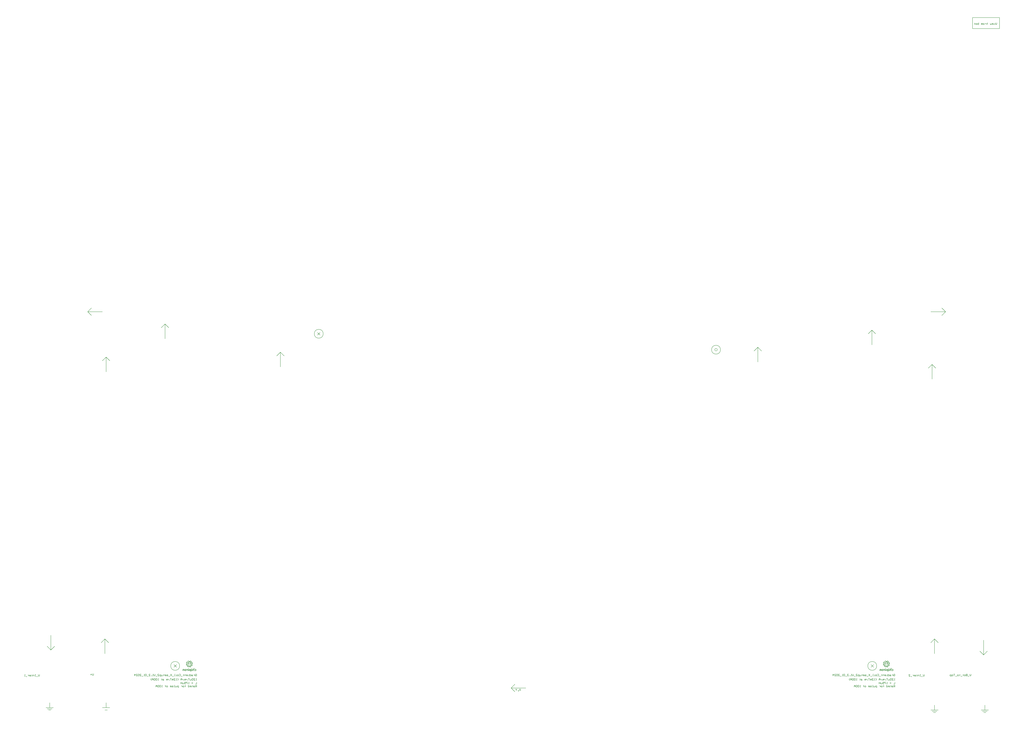
<source format=gbr>
%TF.GenerationSoftware,Altium Limited,Altium Designer,23.9.2 (47)*%
G04 Layer_Color=32896*
%FSLAX45Y45*%
%MOMM*%
%TF.SameCoordinates,45DC480F-FB56-4E7A-9A2C-25C5303F6BDF*%
%TF.FilePolarity,Positive*%
%TF.FileFunction,Legend,Bot*%
%TF.Part,Single*%
G01*
G75*
%TA.AperFunction,NonConductor*%
%ADD15C,0.25400*%
G36*
X15434419Y4410197D02*
X15428499D01*
Y4404276D01*
X15422578D01*
Y4398355D01*
X15416656D01*
Y4392434D01*
X15410736D01*
Y4386513D01*
X15404816D01*
Y4380592D01*
X15345605D01*
Y4392434D01*
X15351526D01*
Y4404276D01*
X15357446D01*
Y4410197D01*
X15363368D01*
Y4416118D01*
X15375211D01*
Y4422040D01*
X15381131D01*
Y4427961D01*
X15434419D01*
Y4410197D01*
D02*
G37*
G36*
X15357446Y4297698D02*
X15345605D01*
Y4291776D01*
X15304156D01*
Y4285855D01*
X15298236D01*
Y4279934D01*
X15292316D01*
Y4274013D01*
X15286394D01*
Y4268092D01*
X15280473D01*
Y4262171D01*
X15274551D01*
Y4256250D01*
X15268631D01*
Y4250329D01*
X15262711D01*
Y4244408D01*
X15256789D01*
Y4238487D01*
X15250868D01*
Y4232566D01*
X15244946D01*
Y4226645D01*
X15239026D01*
Y4220724D01*
X15227184D01*
Y4274013D01*
X15233105D01*
Y4285855D01*
X15239026D01*
Y4291776D01*
X15244946D01*
Y4297698D01*
X15250868D01*
Y4303619D01*
X15262711D01*
Y4309540D01*
X15268631D01*
Y4321382D01*
X15280473D01*
Y4327303D01*
X15286394D01*
Y4333224D01*
X15292316D01*
Y4339145D01*
X15357446D01*
Y4297698D01*
D02*
G37*
G36*
X15594289Y4422040D02*
X15600211D01*
Y4416118D01*
X15606131D01*
Y4410197D01*
X15617973D01*
Y4398355D01*
X15623894D01*
Y4392434D01*
X15629816D01*
Y4386513D01*
X15635736D01*
Y4380592D01*
X15641656D01*
Y4374671D01*
X15647578D01*
Y4368750D01*
X15653500D01*
Y4362829D01*
X15659421D01*
Y4208882D01*
X15653500D01*
Y4202961D01*
X15647578D01*
Y4197040D01*
X15641656D01*
Y4191118D01*
X15635736D01*
Y4185197D01*
X15629816D01*
Y4179276D01*
X15617973D01*
Y4297698D01*
Y4303619D01*
Y4345066D01*
X15612051D01*
Y4350987D01*
X15606131D01*
Y4356908D01*
X15600211D01*
Y4362829D01*
X15594289D01*
Y4368750D01*
X15588368D01*
Y4374671D01*
X15582446D01*
Y4380592D01*
X15576526D01*
Y4386513D01*
X15570605D01*
Y4392434D01*
X15564684D01*
Y4398355D01*
X15558763D01*
Y4404276D01*
X15552843D01*
Y4410197D01*
X15546919D01*
Y4416118D01*
X15540999D01*
Y4422040D01*
X15546919D01*
Y4427961D01*
X15594289D01*
Y4422040D01*
D02*
G37*
G36*
X15499551Y4398355D02*
X15505473D01*
Y4392434D01*
X15511394D01*
Y4380592D01*
X15517316D01*
Y4374671D01*
X15529156D01*
Y4368750D01*
X15535078D01*
Y4356908D01*
X15546919D01*
Y4350987D01*
X15552843D01*
Y4345066D01*
X15558763D01*
Y4339145D01*
X15564684D01*
Y4333224D01*
X15570605D01*
Y4321382D01*
X15576526D01*
Y4125987D01*
X15570605D01*
Y4120066D01*
X15564684D01*
Y4114145D01*
X15558763D01*
Y4108224D01*
X15552843D01*
Y4102303D01*
X15546919D01*
Y4096382D01*
X15540999D01*
Y4090460D01*
X15529156D01*
Y4309540D01*
X15523236D01*
Y4315461D01*
X15517316D01*
Y4321382D01*
X15511394D01*
Y4327303D01*
X15505473D01*
Y4333224D01*
X15499551D01*
Y4339145D01*
X15481789D01*
Y4333224D01*
X15475868D01*
Y4327303D01*
X15469946D01*
Y4321382D01*
X15464026D01*
Y4315461D01*
X15458105D01*
Y4309540D01*
X15452184D01*
Y4303619D01*
X15446262D01*
Y4102303D01*
X15440341D01*
Y4096382D01*
X15428499D01*
Y4102303D01*
X15422578D01*
Y4108224D01*
X15416656D01*
Y4114145D01*
X15410736D01*
Y4120066D01*
X15404816D01*
Y4125987D01*
X15398894D01*
Y4303619D01*
Y4309540D01*
Y4321382D01*
X15404816D01*
Y4327303D01*
X15410736D01*
Y4333224D01*
X15416656D01*
Y4339145D01*
X15422578D01*
Y4345066D01*
X15428499D01*
Y4350987D01*
X15434419D01*
Y4356908D01*
X15440341D01*
Y4362829D01*
X15446262D01*
Y4368750D01*
X15452184D01*
Y4374671D01*
X15458105D01*
Y4380592D01*
X15464026D01*
Y4386513D01*
X15469946D01*
Y4392434D01*
X15475868D01*
Y4398355D01*
X15481789D01*
Y4404276D01*
X15499551D01*
Y4398355D01*
D02*
G37*
G36*
X15712711Y4303619D02*
X15718631D01*
Y4297698D01*
X15724551D01*
Y4291776D01*
X15730473D01*
Y4285855D01*
X15736394D01*
Y4279934D01*
X15742316D01*
Y4274013D01*
X15748236D01*
Y4179276D01*
X15742316D01*
Y4167434D01*
X15736394D01*
Y4161513D01*
X15730473D01*
Y4155592D01*
X15724551D01*
Y4149671D01*
X15718631D01*
Y4143750D01*
X15712711D01*
Y4137829D01*
X15706789D01*
Y4131908D01*
X15700868D01*
Y4125987D01*
X15694946D01*
Y4120066D01*
X15689026D01*
Y4114145D01*
X15683105D01*
Y4108224D01*
X15677184D01*
Y4102303D01*
X15671263D01*
Y4096382D01*
X15665343D01*
Y4090460D01*
X15659421D01*
Y4084539D01*
X15653500D01*
Y4078618D01*
X15594289D01*
Y4090460D01*
X15600211D01*
Y4096382D01*
X15606131D01*
Y4102303D01*
X15612051D01*
Y4108224D01*
X15617973D01*
Y4114145D01*
X15623894D01*
Y4120066D01*
X15629816D01*
Y4125987D01*
X15635736D01*
Y4131908D01*
X15641656D01*
Y4137829D01*
X15647578D01*
Y4143750D01*
X15653500D01*
Y4149671D01*
X15659421D01*
Y4155592D01*
X15665343D01*
Y4161513D01*
X15671263D01*
Y4167434D01*
X15677184D01*
Y4173355D01*
X15683105D01*
Y4179276D01*
X15689026D01*
Y4185197D01*
X15694946D01*
Y4191118D01*
X15700868D01*
Y4197040D01*
X15706789D01*
Y4309540D01*
X15712711D01*
Y4303619D01*
D02*
G37*
G36*
X15748236Y4054934D02*
X15742316D01*
Y4043092D01*
X15730473D01*
Y4037171D01*
X15724551D01*
Y4025329D01*
X15712711D01*
Y4019408D01*
X15706789D01*
Y4007566D01*
X15694946D01*
Y4001645D01*
X15689026D01*
Y3995724D01*
X15683105D01*
Y3989803D01*
X15535078D01*
Y3995724D01*
X15529156D01*
Y4001645D01*
X15523236D01*
Y4007566D01*
X15517316D01*
Y4013487D01*
X15511394D01*
Y4019408D01*
X15505473D01*
Y4031250D01*
X15511394D01*
Y4037171D01*
X15517316D01*
Y4031250D01*
X15535078D01*
Y4037171D01*
X15552843D01*
Y4031250D01*
X15564684D01*
Y4037171D01*
X15570605D01*
Y4031250D01*
X15582446D01*
Y4037171D01*
X15594289D01*
Y4031250D01*
X15606131D01*
Y4037171D01*
X15617973D01*
Y4031250D01*
X15635736D01*
Y4037171D01*
X15653500D01*
Y4031250D01*
X15659421D01*
Y4037171D01*
X15671263D01*
Y4043092D01*
X15677184D01*
Y4049013D01*
X15683105D01*
Y4054934D01*
X15689026D01*
Y4060855D01*
X15694946D01*
Y4066776D01*
X15700868D01*
Y4072697D01*
X15706789D01*
Y4078618D01*
X15712711D01*
Y4084539D01*
X15718631D01*
Y4090460D01*
X15724551D01*
Y4096382D01*
X15730473D01*
Y4102303D01*
X15736394D01*
Y4108224D01*
X15742316D01*
Y4114145D01*
X15748236D01*
Y4054934D01*
D02*
G37*
G36*
X15357446Y4214803D02*
X15351526D01*
Y4208882D01*
X15345605D01*
Y4202961D01*
X15339684D01*
Y4197040D01*
X15333763D01*
Y4191118D01*
X15327843D01*
Y4185197D01*
X15321919D01*
Y4179276D01*
X15315999D01*
Y4173355D01*
X15310078D01*
Y4167434D01*
X15304156D01*
Y4161513D01*
X15298236D01*
Y4155592D01*
X15292316D01*
Y4149671D01*
X15286394D01*
Y4143750D01*
X15280473D01*
Y4137829D01*
X15274551D01*
Y4131908D01*
X15268631D01*
Y4019408D01*
X15256789D01*
Y4025329D01*
X15250868D01*
Y4031250D01*
X15244946D01*
Y4037171D01*
X15239026D01*
Y4043092D01*
X15233105D01*
Y4054934D01*
X15227184D01*
Y4149671D01*
X15233105D01*
Y4161513D01*
X15239026D01*
Y4167434D01*
X15244946D01*
Y4173355D01*
X15250868D01*
Y4179276D01*
X15256789D01*
Y4185197D01*
X15262711D01*
Y4191118D01*
X15268631D01*
Y4197040D01*
X15274551D01*
Y4202961D01*
X15280473D01*
Y4208882D01*
X15286394D01*
Y4214803D01*
X15292316D01*
Y4220724D01*
X15298236D01*
Y4226645D01*
X15304156D01*
Y4232566D01*
X15310078D01*
Y4238487D01*
X15315999D01*
Y4244408D01*
X15321919D01*
Y4250329D01*
X15357446D01*
Y4214803D01*
D02*
G37*
G36*
X15410736Y4054934D02*
X15416656D01*
Y4049013D01*
X15422578D01*
Y4043092D01*
X15428499D01*
Y4037171D01*
X15434419D01*
Y4031250D01*
X15440341D01*
Y4025329D01*
X15446262D01*
Y4019408D01*
X15452184D01*
Y4013487D01*
X15458105D01*
Y4007566D01*
X15464026D01*
Y4001645D01*
X15469946D01*
Y3995724D01*
X15475868D01*
Y3989803D01*
X15481789D01*
Y3983882D01*
X15487711D01*
Y3977961D01*
X15493631D01*
Y3972040D01*
X15499551D01*
Y3966119D01*
X15505473D01*
Y3960197D01*
X15511394D01*
Y3954276D01*
X15517316D01*
Y3948355D01*
X15629816D01*
Y3936513D01*
X15623894D01*
Y3930592D01*
X15617973D01*
Y3918750D01*
X15606131D01*
Y3912829D01*
X15600211D01*
Y3906908D01*
X15594289D01*
Y3900987D01*
X15505473D01*
Y3906908D01*
X15493631D01*
Y3912829D01*
X15487711D01*
Y3918750D01*
X15481789D01*
Y3924671D01*
X15475868D01*
Y3930592D01*
X15469946D01*
Y3936513D01*
X15464026D01*
Y3942434D01*
X15458105D01*
Y3948355D01*
X15452184D01*
Y3954276D01*
X15446262D01*
Y3960197D01*
X15440341D01*
Y3966119D01*
X15434419D01*
Y3972040D01*
X15428499D01*
Y3977961D01*
X15422578D01*
Y3983882D01*
X15416656D01*
Y3989803D01*
X15410736D01*
Y3995724D01*
X15404816D01*
Y4001645D01*
X15398894D01*
Y4060855D01*
X15410736D01*
Y4054934D01*
D02*
G37*
G36*
X15357446Y3983882D02*
X15363368D01*
Y3977961D01*
X15369289D01*
Y3972040D01*
X15375211D01*
Y3966119D01*
X15381131D01*
Y3960197D01*
X15387051D01*
Y3954276D01*
X15392973D01*
Y3948355D01*
X15398894D01*
Y3942434D01*
X15404816D01*
Y3936513D01*
X15410736D01*
Y3930592D01*
X15416656D01*
Y3924671D01*
X15422578D01*
Y3918750D01*
X15428499D01*
Y3912829D01*
X15434419D01*
Y3900987D01*
X15381131D01*
Y3906908D01*
X15369289D01*
Y3912829D01*
X15363368D01*
Y3918750D01*
X15357446D01*
Y3930592D01*
X15351526D01*
Y3936513D01*
X15339684D01*
Y3948355D01*
X15327843D01*
Y3954276D01*
X15321919D01*
Y3966119D01*
X15315999D01*
Y3977961D01*
X15310078D01*
Y4108224D01*
X15315999D01*
Y4120066D01*
X15321919D01*
Y4125987D01*
X15327843D01*
Y4131908D01*
X15333763D01*
Y4137829D01*
X15339684D01*
Y4143750D01*
X15345605D01*
Y4149671D01*
X15357446D01*
Y3983882D01*
D02*
G37*
G36*
X15694946Y3812171D02*
X15706789D01*
Y3806250D01*
X15712711D01*
Y3794408D01*
X15718631D01*
Y3788487D01*
X15712711D01*
Y3776645D01*
X15706789D01*
Y3770724D01*
X15677184D01*
Y3776645D01*
X15671263D01*
Y3788487D01*
X15665343D01*
Y3800329D01*
X15671263D01*
Y3812171D01*
X15689026D01*
Y3818092D01*
X15694946D01*
Y3812171D01*
D02*
G37*
G36*
X15428499D02*
X15446262D01*
Y3800329D01*
X15452184D01*
Y3788487D01*
X15446262D01*
Y3776645D01*
X15440341D01*
Y3770724D01*
X15410736D01*
Y3776645D01*
X15404816D01*
Y3806250D01*
X15410736D01*
Y3812171D01*
X15422578D01*
Y3818092D01*
X15428499D01*
Y3812171D01*
D02*
G37*
G36*
X15884421Y3593092D02*
X15878499D01*
Y3587171D01*
X15848894D01*
Y3593092D01*
X15842973D01*
Y3687829D01*
X15837051D01*
Y3699671D01*
X15831131D01*
Y3705592D01*
X15795605D01*
Y3693750D01*
X15789684D01*
Y3593092D01*
X15783763D01*
Y3587171D01*
X15754156D01*
Y3593092D01*
X15748236D01*
Y3711513D01*
X15754156D01*
Y3723355D01*
X15760078D01*
Y3729276D01*
X15765999D01*
Y3735197D01*
X15777841D01*
Y3741119D01*
X15819289D01*
Y3735197D01*
X15831131D01*
Y3729276D01*
X15842973D01*
Y3835855D01*
X15884421D01*
Y3593092D01*
D02*
G37*
G36*
X15985078Y3735197D02*
X16002843D01*
Y3729276D01*
X16014684D01*
Y3723355D01*
X16020605D01*
Y3717434D01*
X16026526D01*
Y3711513D01*
X16032446D01*
Y3705592D01*
X16038368D01*
Y3693750D01*
X16044289D01*
Y3634540D01*
X16038368D01*
Y3622697D01*
X16032446D01*
Y3616776D01*
X16026526D01*
Y3610855D01*
X16020605D01*
Y3604934D01*
X16014684D01*
Y3599013D01*
X16002843D01*
Y3593092D01*
X15991000D01*
Y3587171D01*
X15937711D01*
Y3593092D01*
X15925868D01*
Y3599013D01*
X15919946D01*
Y3604934D01*
X15914026D01*
Y3628618D01*
X15919946D01*
Y3634540D01*
X15931789D01*
Y3628618D01*
X15937711D01*
Y3622697D01*
X15979156D01*
Y3628618D01*
X15991000D01*
Y3634540D01*
X15996921D01*
Y3646382D01*
X16002843D01*
Y3675987D01*
X15996921D01*
Y3687829D01*
X15991000D01*
Y3693750D01*
X15985078D01*
Y3699671D01*
X15973236D01*
Y3705592D01*
X15949551D01*
Y3699671D01*
X15937711D01*
Y3693750D01*
X15914026D01*
Y3717434D01*
X15919946D01*
Y3729276D01*
X15931789D01*
Y3735197D01*
X15943631D01*
Y3741119D01*
X15985078D01*
Y3735197D01*
D02*
G37*
G36*
X15706789Y3729276D02*
X15712711D01*
Y3593092D01*
X15700868D01*
Y3587171D01*
X15677184D01*
Y3593092D01*
X15671263D01*
Y3735197D01*
X15706789D01*
Y3729276D01*
D02*
G37*
G36*
X15446262Y3593092D02*
X15434419D01*
Y3587171D01*
X15416656D01*
Y3593092D01*
X15404816D01*
Y3622697D01*
Y3628618D01*
Y3729276D01*
X15410736D01*
Y3735197D01*
X15446262D01*
Y3593092D01*
D02*
G37*
G36*
X15304156Y3735197D02*
X15315999D01*
Y3729276D01*
X15327843D01*
Y3735197D01*
X15369289D01*
Y3593092D01*
X15357446D01*
Y3587171D01*
X15333763D01*
Y3593092D01*
X15327843D01*
Y3681908D01*
X15321919D01*
Y3693750D01*
X15310078D01*
Y3699671D01*
X15298236D01*
Y3693750D01*
X15286394D01*
Y3699671D01*
X15280473D01*
Y3705592D01*
X15274551D01*
Y3717434D01*
X15268631D01*
Y3729276D01*
X15274551D01*
Y3735197D01*
X15280473D01*
Y3741119D01*
X15304156D01*
Y3735197D01*
D02*
G37*
G36*
X15203499D02*
X15221263D01*
Y3729276D01*
X15233105D01*
Y3723355D01*
X15239026D01*
Y3717434D01*
X15244946D01*
Y3711513D01*
X15250868D01*
Y3699671D01*
X15256789D01*
Y3687829D01*
X15262711D01*
Y3634540D01*
X15256789D01*
Y3622697D01*
X15250868D01*
Y3616776D01*
X15244946D01*
Y3610855D01*
X15239026D01*
Y3604934D01*
X15233105D01*
Y3599013D01*
X15221263D01*
Y3593092D01*
X15209419D01*
Y3587171D01*
X15156131D01*
Y3593092D01*
X15144289D01*
Y3599013D01*
X15132446D01*
Y3604934D01*
X15126526D01*
Y3610855D01*
X15120605D01*
Y3616776D01*
X15114684D01*
Y3622697D01*
X15108763D01*
Y3640461D01*
X15102843D01*
Y3687829D01*
X15108763D01*
Y3699671D01*
X15114684D01*
Y3711513D01*
X15120605D01*
Y3717434D01*
X15126526D01*
Y3723355D01*
X15138368D01*
Y3729276D01*
X15144289D01*
Y3735197D01*
X15162051D01*
Y3741119D01*
X15203499D01*
Y3735197D01*
D02*
G37*
G36*
X15008105D02*
X15019946D01*
Y3729276D01*
X15037711D01*
Y3735197D01*
X15073236D01*
Y3729276D01*
X15079156D01*
Y3599013D01*
X15073236D01*
Y3593092D01*
X15067316D01*
Y3587171D01*
X15043631D01*
Y3593092D01*
X15037711D01*
Y3599013D01*
X15031789D01*
Y3693750D01*
X15025868D01*
Y3699671D01*
X15019946D01*
Y3705592D01*
X14990341D01*
Y3699671D01*
X14984419D01*
Y3634540D01*
Y3628618D01*
Y3599013D01*
X14978499D01*
Y3593092D01*
X14972578D01*
Y3587171D01*
X14948894D01*
Y3593092D01*
X14937051D01*
Y3699671D01*
X14942973D01*
Y3711513D01*
X14948894D01*
Y3723355D01*
X14954816D01*
Y3729276D01*
X14960736D01*
Y3735197D01*
X14972578D01*
Y3741119D01*
X15008105D01*
Y3735197D01*
D02*
G37*
G36*
X15564684D02*
X15576526D01*
Y3729276D01*
X15582446D01*
Y3723355D01*
X15588368D01*
Y3729276D01*
X15594289D01*
Y3735197D01*
X15629816D01*
Y3729276D01*
X15635736D01*
Y3545724D01*
X15594289D01*
Y3593092D01*
X15588368D01*
Y3604934D01*
X15582446D01*
Y3599013D01*
X15576526D01*
Y3593092D01*
X15570605D01*
Y3587171D01*
X15517316D01*
Y3593092D01*
X15511394D01*
Y3599013D01*
X15499551D01*
Y3604934D01*
X15493631D01*
Y3610855D01*
X15487711D01*
Y3616776D01*
X15481789D01*
Y3634540D01*
X15475868D01*
Y3693750D01*
X15481789D01*
Y3705592D01*
X15487711D01*
Y3717434D01*
X15493631D01*
Y3723355D01*
X15499551D01*
Y3729276D01*
X15511394D01*
Y3735197D01*
X15523236D01*
Y3741119D01*
X15564684D01*
Y3735197D01*
D02*
G37*
G36*
X72234424Y4410197D02*
X72228497D01*
Y4404276D01*
X72222577D01*
Y4398355D01*
X72216656D01*
Y4392434D01*
X72210736D01*
Y4386513D01*
X72204816D01*
Y4380592D01*
X72145605D01*
Y4392434D01*
X72151526D01*
Y4404276D01*
X72157446D01*
Y4410197D01*
X72163367D01*
Y4416118D01*
X72175208D01*
Y4422040D01*
X72181134D01*
Y4427961D01*
X72234424D01*
Y4410197D01*
D02*
G37*
G36*
X72157446Y4297698D02*
X72145605D01*
Y4291776D01*
X72104156D01*
Y4285855D01*
X72098236D01*
Y4279934D01*
X72092316D01*
Y4274013D01*
X72086395D01*
Y4268092D01*
X72080475D01*
Y4262171D01*
X72074554D01*
Y4256250D01*
X72068634D01*
Y4250329D01*
X72062708D01*
Y4244408D01*
X72056787D01*
Y4238487D01*
X72050867D01*
Y4232566D01*
X72044946D01*
Y4226645D01*
X72039026D01*
Y4220724D01*
X72027185D01*
Y4274013D01*
X72033105D01*
Y4285855D01*
X72039026D01*
Y4291776D01*
X72044946D01*
Y4297698D01*
X72050867D01*
Y4303619D01*
X72062708D01*
Y4309540D01*
X72068634D01*
Y4321382D01*
X72080475D01*
Y4327303D01*
X72086395D01*
Y4333224D01*
X72092316D01*
Y4339145D01*
X72157446D01*
Y4297698D01*
D02*
G37*
G36*
X72394287Y4422040D02*
X72400208D01*
Y4416118D01*
X72406134D01*
Y4410197D01*
X72417975D01*
Y4398355D01*
X72423895D01*
Y4392434D01*
X72429816D01*
Y4386513D01*
X72435736D01*
Y4380592D01*
X72441656D01*
Y4374671D01*
X72447577D01*
Y4368750D01*
X72453497D01*
Y4362829D01*
X72459424D01*
Y4208882D01*
X72453497D01*
Y4202961D01*
X72447577D01*
Y4197040D01*
X72441656D01*
Y4191118D01*
X72435736D01*
Y4185197D01*
X72429816D01*
Y4179276D01*
X72417975D01*
Y4297698D01*
Y4303619D01*
Y4345066D01*
X72412054D01*
Y4350987D01*
X72406134D01*
Y4356908D01*
X72400208D01*
Y4362829D01*
X72394287D01*
Y4368750D01*
X72388367D01*
Y4374671D01*
X72382446D01*
Y4380592D01*
X72376526D01*
Y4386513D01*
X72370605D01*
Y4392434D01*
X72364685D01*
Y4398355D01*
X72358765D01*
Y4404276D01*
X72352844D01*
Y4410197D01*
X72346924D01*
Y4416118D01*
X72340997D01*
Y4422040D01*
X72346924D01*
Y4427961D01*
X72394287D01*
Y4422040D01*
D02*
G37*
G36*
X72299554Y4398355D02*
X72305475D01*
Y4392434D01*
X72311395D01*
Y4380592D01*
X72317316D01*
Y4374671D01*
X72329156D01*
Y4368750D01*
X72335077D01*
Y4356908D01*
X72346924D01*
Y4350987D01*
X72352844D01*
Y4345066D01*
X72358765D01*
Y4339145D01*
X72364685D01*
Y4333224D01*
X72370605D01*
Y4321382D01*
X72376526D01*
Y4125987D01*
X72370605D01*
Y4120066D01*
X72364685D01*
Y4114145D01*
X72358765D01*
Y4108224D01*
X72352844D01*
Y4102303D01*
X72346924D01*
Y4096382D01*
X72340997D01*
Y4090460D01*
X72329156D01*
Y4309540D01*
X72323236D01*
Y4315461D01*
X72317316D01*
Y4321382D01*
X72311395D01*
Y4327303D01*
X72305475D01*
Y4333224D01*
X72299554D01*
Y4339145D01*
X72281787D01*
Y4333224D01*
X72275867D01*
Y4327303D01*
X72269946D01*
Y4321382D01*
X72264026D01*
Y4315461D01*
X72258105D01*
Y4309540D01*
X72252185D01*
Y4303619D01*
X72246265D01*
Y4102303D01*
X72240344D01*
Y4096382D01*
X72228497D01*
Y4102303D01*
X72222577D01*
Y4108224D01*
X72216656D01*
Y4114145D01*
X72210736D01*
Y4120066D01*
X72204816D01*
Y4125987D01*
X72198895D01*
Y4303619D01*
Y4309540D01*
Y4321382D01*
X72204816D01*
Y4327303D01*
X72210736D01*
Y4333224D01*
X72216656D01*
Y4339145D01*
X72222577D01*
Y4345066D01*
X72228497D01*
Y4350987D01*
X72234424D01*
Y4356908D01*
X72240344D01*
Y4362829D01*
X72246265D01*
Y4368750D01*
X72252185D01*
Y4374671D01*
X72258105D01*
Y4380592D01*
X72264026D01*
Y4386513D01*
X72269946D01*
Y4392434D01*
X72275867D01*
Y4398355D01*
X72281787D01*
Y4404276D01*
X72299554D01*
Y4398355D01*
D02*
G37*
G36*
X72512708Y4303619D02*
X72518634D01*
Y4297698D01*
X72524554D01*
Y4291776D01*
X72530475D01*
Y4285855D01*
X72536395D01*
Y4279934D01*
X72542316D01*
Y4274013D01*
X72548236D01*
Y4179276D01*
X72542316D01*
Y4167434D01*
X72536395D01*
Y4161513D01*
X72530475D01*
Y4155592D01*
X72524554D01*
Y4149671D01*
X72518634D01*
Y4143750D01*
X72512708D01*
Y4137829D01*
X72506787D01*
Y4131908D01*
X72500867D01*
Y4125987D01*
X72494946D01*
Y4120066D01*
X72489026D01*
Y4114145D01*
X72483105D01*
Y4108224D01*
X72477185D01*
Y4102303D01*
X72471265D01*
Y4096382D01*
X72465344D01*
Y4090460D01*
X72459424D01*
Y4084539D01*
X72453497D01*
Y4078618D01*
X72394287D01*
Y4090460D01*
X72400208D01*
Y4096382D01*
X72406134D01*
Y4102303D01*
X72412054D01*
Y4108224D01*
X72417975D01*
Y4114145D01*
X72423895D01*
Y4120066D01*
X72429816D01*
Y4125987D01*
X72435736D01*
Y4131908D01*
X72441656D01*
Y4137829D01*
X72447577D01*
Y4143750D01*
X72453497D01*
Y4149671D01*
X72459424D01*
Y4155592D01*
X72465344D01*
Y4161513D01*
X72471265D01*
Y4167434D01*
X72477185D01*
Y4173355D01*
X72483105D01*
Y4179276D01*
X72489026D01*
Y4185197D01*
X72494946D01*
Y4191118D01*
X72500867D01*
Y4197040D01*
X72506787D01*
Y4309540D01*
X72512708D01*
Y4303619D01*
D02*
G37*
G36*
X72548236Y4054934D02*
X72542316D01*
Y4043092D01*
X72530475D01*
Y4037171D01*
X72524554D01*
Y4025329D01*
X72512708D01*
Y4019408D01*
X72506787D01*
Y4007566D01*
X72494946D01*
Y4001645D01*
X72489026D01*
Y3995724D01*
X72483105D01*
Y3989803D01*
X72335077D01*
Y3995724D01*
X72329156D01*
Y4001645D01*
X72323236D01*
Y4007566D01*
X72317316D01*
Y4013487D01*
X72311395D01*
Y4019408D01*
X72305475D01*
Y4031250D01*
X72311395D01*
Y4037171D01*
X72317316D01*
Y4031250D01*
X72335077D01*
Y4037171D01*
X72352844D01*
Y4031250D01*
X72364685D01*
Y4037171D01*
X72370605D01*
Y4031250D01*
X72382446D01*
Y4037171D01*
X72394287D01*
Y4031250D01*
X72406134D01*
Y4037171D01*
X72417975D01*
Y4031250D01*
X72435736D01*
Y4037171D01*
X72453497D01*
Y4031250D01*
X72459424D01*
Y4037171D01*
X72471265D01*
Y4043092D01*
X72477185D01*
Y4049013D01*
X72483105D01*
Y4054934D01*
X72489026D01*
Y4060855D01*
X72494946D01*
Y4066776D01*
X72500867D01*
Y4072697D01*
X72506787D01*
Y4078618D01*
X72512708D01*
Y4084539D01*
X72518634D01*
Y4090460D01*
X72524554D01*
Y4096382D01*
X72530475D01*
Y4102303D01*
X72536395D01*
Y4108224D01*
X72542316D01*
Y4114145D01*
X72548236D01*
Y4054934D01*
D02*
G37*
G36*
X72157446Y4214803D02*
X72151526D01*
Y4208882D01*
X72145605D01*
Y4202961D01*
X72139685D01*
Y4197040D01*
X72133765D01*
Y4191118D01*
X72127844D01*
Y4185197D01*
X72121924D01*
Y4179276D01*
X72115997D01*
Y4173355D01*
X72110077D01*
Y4167434D01*
X72104156D01*
Y4161513D01*
X72098236D01*
Y4155592D01*
X72092316D01*
Y4149671D01*
X72086395D01*
Y4143750D01*
X72080475D01*
Y4137829D01*
X72074554D01*
Y4131908D01*
X72068634D01*
Y4019408D01*
X72056787D01*
Y4025329D01*
X72050867D01*
Y4031250D01*
X72044946D01*
Y4037171D01*
X72039026D01*
Y4043092D01*
X72033105D01*
Y4054934D01*
X72027185D01*
Y4149671D01*
X72033105D01*
Y4161513D01*
X72039026D01*
Y4167434D01*
X72044946D01*
Y4173355D01*
X72050867D01*
Y4179276D01*
X72056787D01*
Y4185197D01*
X72062708D01*
Y4191118D01*
X72068634D01*
Y4197040D01*
X72074554D01*
Y4202961D01*
X72080475D01*
Y4208882D01*
X72086395D01*
Y4214803D01*
X72092316D01*
Y4220724D01*
X72098236D01*
Y4226645D01*
X72104156D01*
Y4232566D01*
X72110077D01*
Y4238487D01*
X72115997D01*
Y4244408D01*
X72121924D01*
Y4250329D01*
X72157446D01*
Y4214803D01*
D02*
G37*
G36*
X72210736Y4054934D02*
X72216656D01*
Y4049013D01*
X72222577D01*
Y4043092D01*
X72228497D01*
Y4037171D01*
X72234424D01*
Y4031250D01*
X72240344D01*
Y4025329D01*
X72246265D01*
Y4019408D01*
X72252185D01*
Y4013487D01*
X72258105D01*
Y4007566D01*
X72264026D01*
Y4001645D01*
X72269946D01*
Y3995724D01*
X72275867D01*
Y3989803D01*
X72281787D01*
Y3983882D01*
X72287708D01*
Y3977961D01*
X72293634D01*
Y3972040D01*
X72299554D01*
Y3966119D01*
X72305475D01*
Y3960197D01*
X72311395D01*
Y3954276D01*
X72317316D01*
Y3948355D01*
X72429816D01*
Y3936513D01*
X72423895D01*
Y3930592D01*
X72417975D01*
Y3918750D01*
X72406134D01*
Y3912829D01*
X72400208D01*
Y3906908D01*
X72394287D01*
Y3900987D01*
X72305475D01*
Y3906908D01*
X72293634D01*
Y3912829D01*
X72287708D01*
Y3918750D01*
X72281787D01*
Y3924671D01*
X72275867D01*
Y3930592D01*
X72269946D01*
Y3936513D01*
X72264026D01*
Y3942434D01*
X72258105D01*
Y3948355D01*
X72252185D01*
Y3954276D01*
X72246265D01*
Y3960197D01*
X72240344D01*
Y3966119D01*
X72234424D01*
Y3972040D01*
X72228497D01*
Y3977961D01*
X72222577D01*
Y3983882D01*
X72216656D01*
Y3989803D01*
X72210736D01*
Y3995724D01*
X72204816D01*
Y4001645D01*
X72198895D01*
Y4060855D01*
X72210736D01*
Y4054934D01*
D02*
G37*
G36*
X72157446Y3983882D02*
X72163367D01*
Y3977961D01*
X72169287D01*
Y3972040D01*
X72175208D01*
Y3966119D01*
X72181134D01*
Y3960197D01*
X72187054D01*
Y3954276D01*
X72192975D01*
Y3948355D01*
X72198895D01*
Y3942434D01*
X72204816D01*
Y3936513D01*
X72210736D01*
Y3930592D01*
X72216656D01*
Y3924671D01*
X72222577D01*
Y3918750D01*
X72228497D01*
Y3912829D01*
X72234424D01*
Y3900987D01*
X72181134D01*
Y3906908D01*
X72169287D01*
Y3912829D01*
X72163367D01*
Y3918750D01*
X72157446D01*
Y3930592D01*
X72151526D01*
Y3936513D01*
X72139685D01*
Y3948355D01*
X72127844D01*
Y3954276D01*
X72121924D01*
Y3966119D01*
X72115997D01*
Y3977961D01*
X72110077D01*
Y4108224D01*
X72115997D01*
Y4120066D01*
X72121924D01*
Y4125987D01*
X72127844D01*
Y4131908D01*
X72133765D01*
Y4137829D01*
X72139685D01*
Y4143750D01*
X72145605D01*
Y4149671D01*
X72157446D01*
Y3983882D01*
D02*
G37*
G36*
X72494946Y3812171D02*
X72506787D01*
Y3806250D01*
X72512708D01*
Y3794408D01*
X72518634D01*
Y3788487D01*
X72512708D01*
Y3776645D01*
X72506787D01*
Y3770724D01*
X72477185D01*
Y3776645D01*
X72471265D01*
Y3788487D01*
X72465344D01*
Y3800329D01*
X72471265D01*
Y3812171D01*
X72489026D01*
Y3818092D01*
X72494946D01*
Y3812171D01*
D02*
G37*
G36*
X72228497D02*
X72246265D01*
Y3800329D01*
X72252185D01*
Y3788487D01*
X72246265D01*
Y3776645D01*
X72240344D01*
Y3770724D01*
X72210736D01*
Y3776645D01*
X72204816D01*
Y3806250D01*
X72210736D01*
Y3812171D01*
X72222577D01*
Y3818092D01*
X72228497D01*
Y3812171D01*
D02*
G37*
G36*
X72684424Y3593092D02*
X72678497D01*
Y3587171D01*
X72648895D01*
Y3593092D01*
X72642975D01*
Y3687829D01*
X72637054D01*
Y3699671D01*
X72631134D01*
Y3705592D01*
X72595605D01*
Y3693750D01*
X72589685D01*
Y3593092D01*
X72583765D01*
Y3587171D01*
X72554156D01*
Y3593092D01*
X72548236D01*
Y3711513D01*
X72554156D01*
Y3723355D01*
X72560077D01*
Y3729276D01*
X72565997D01*
Y3735197D01*
X72577844D01*
Y3741119D01*
X72619287D01*
Y3735197D01*
X72631134D01*
Y3729276D01*
X72642975D01*
Y3835855D01*
X72684424D01*
Y3593092D01*
D02*
G37*
G36*
X72785077Y3735197D02*
X72802844D01*
Y3729276D01*
X72814685D01*
Y3723355D01*
X72820605D01*
Y3717434D01*
X72826526D01*
Y3711513D01*
X72832446D01*
Y3705592D01*
X72838367D01*
Y3693750D01*
X72844287D01*
Y3634540D01*
X72838367D01*
Y3622697D01*
X72832446D01*
Y3616776D01*
X72826526D01*
Y3610855D01*
X72820605D01*
Y3604934D01*
X72814685D01*
Y3599013D01*
X72802844D01*
Y3593092D01*
X72790997D01*
Y3587171D01*
X72737708D01*
Y3593092D01*
X72725867D01*
Y3599013D01*
X72719946D01*
Y3604934D01*
X72714026D01*
Y3628618D01*
X72719946D01*
Y3634540D01*
X72731787D01*
Y3628618D01*
X72737708D01*
Y3622697D01*
X72779156D01*
Y3628618D01*
X72790997D01*
Y3634540D01*
X72796924D01*
Y3646382D01*
X72802844D01*
Y3675987D01*
X72796924D01*
Y3687829D01*
X72790997D01*
Y3693750D01*
X72785077D01*
Y3699671D01*
X72773236D01*
Y3705592D01*
X72749554D01*
Y3699671D01*
X72737708D01*
Y3693750D01*
X72714026D01*
Y3717434D01*
X72719946D01*
Y3729276D01*
X72731787D01*
Y3735197D01*
X72743634D01*
Y3741119D01*
X72785077D01*
Y3735197D01*
D02*
G37*
G36*
X72506787Y3729276D02*
X72512708D01*
Y3593092D01*
X72500867D01*
Y3587171D01*
X72477185D01*
Y3593092D01*
X72471265D01*
Y3735197D01*
X72506787D01*
Y3729276D01*
D02*
G37*
G36*
X72246265Y3593092D02*
X72234424D01*
Y3587171D01*
X72216656D01*
Y3593092D01*
X72204816D01*
Y3622697D01*
Y3628618D01*
Y3729276D01*
X72210736D01*
Y3735197D01*
X72246265D01*
Y3593092D01*
D02*
G37*
G36*
X72104156Y3735197D02*
X72115997D01*
Y3729276D01*
X72127844D01*
Y3735197D01*
X72169287D01*
Y3593092D01*
X72157446D01*
Y3587171D01*
X72133765D01*
Y3593092D01*
X72127844D01*
Y3681908D01*
X72121924D01*
Y3693750D01*
X72110077D01*
Y3699671D01*
X72098236D01*
Y3693750D01*
X72086395D01*
Y3699671D01*
X72080475D01*
Y3705592D01*
X72074554D01*
Y3717434D01*
X72068634D01*
Y3729276D01*
X72074554D01*
Y3735197D01*
X72080475D01*
Y3741119D01*
X72104156D01*
Y3735197D01*
D02*
G37*
G36*
X72003497D02*
X72021265D01*
Y3729276D01*
X72033105D01*
Y3723355D01*
X72039026D01*
Y3717434D01*
X72044946D01*
Y3711513D01*
X72050867D01*
Y3699671D01*
X72056787D01*
Y3687829D01*
X72062708D01*
Y3634540D01*
X72056787D01*
Y3622697D01*
X72050867D01*
Y3616776D01*
X72044946D01*
Y3610855D01*
X72039026D01*
Y3604934D01*
X72033105D01*
Y3599013D01*
X72021265D01*
Y3593092D01*
X72009424D01*
Y3587171D01*
X71956134D01*
Y3593092D01*
X71944287D01*
Y3599013D01*
X71932446D01*
Y3604934D01*
X71926526D01*
Y3610855D01*
X71920605D01*
Y3616776D01*
X71914685D01*
Y3622697D01*
X71908765D01*
Y3640461D01*
X71902844D01*
Y3687829D01*
X71908765D01*
Y3699671D01*
X71914685D01*
Y3711513D01*
X71920605D01*
Y3717434D01*
X71926526D01*
Y3723355D01*
X71938367D01*
Y3729276D01*
X71944287D01*
Y3735197D01*
X71962054D01*
Y3741119D01*
X72003497D01*
Y3735197D01*
D02*
G37*
G36*
X71808105D02*
X71819946D01*
Y3729276D01*
X71837708D01*
Y3735197D01*
X71873236D01*
Y3729276D01*
X71879156D01*
Y3599013D01*
X71873236D01*
Y3593092D01*
X71867316D01*
Y3587171D01*
X71843634D01*
Y3593092D01*
X71837708D01*
Y3599013D01*
X71831787D01*
Y3693750D01*
X71825867D01*
Y3699671D01*
X71819946D01*
Y3705592D01*
X71790344D01*
Y3699671D01*
X71784424D01*
Y3634540D01*
Y3628618D01*
Y3599013D01*
X71778497D01*
Y3593092D01*
X71772577D01*
Y3587171D01*
X71748895D01*
Y3593092D01*
X71737054D01*
Y3699671D01*
X71742975D01*
Y3711513D01*
X71748895D01*
Y3723355D01*
X71754816D01*
Y3729276D01*
X71760736D01*
Y3735197D01*
X71772577D01*
Y3741119D01*
X71808105D01*
Y3735197D01*
D02*
G37*
G36*
X72364685D02*
X72376526D01*
Y3729276D01*
X72382446D01*
Y3723355D01*
X72388367D01*
Y3729276D01*
X72394287D01*
Y3735197D01*
X72429816D01*
Y3729276D01*
X72435736D01*
Y3545724D01*
X72394287D01*
Y3593092D01*
X72388367D01*
Y3604934D01*
X72382446D01*
Y3599013D01*
X72376526D01*
Y3593092D01*
X72370605D01*
Y3587171D01*
X72317316D01*
Y3593092D01*
X72311395D01*
Y3599013D01*
X72299554D01*
Y3604934D01*
X72293634D01*
Y3610855D01*
X72287708D01*
Y3616776D01*
X72281787D01*
Y3634540D01*
X72275867D01*
Y3693750D01*
X72281787D01*
Y3705592D01*
X72287708D01*
Y3717434D01*
X72293634D01*
Y3723355D01*
X72299554D01*
Y3729276D01*
X72311395D01*
Y3735197D01*
X72323236D01*
Y3741119D01*
X72364685D01*
Y3735197D01*
D02*
G37*
%LPC*%
G36*
X15191656Y3705592D02*
X15179816D01*
Y3699671D01*
X15162051D01*
Y3693750D01*
X15156131D01*
Y3687829D01*
X15150211D01*
Y3670066D01*
X15144289D01*
Y3652303D01*
X15150211D01*
Y3640461D01*
X15156131D01*
Y3634540D01*
X15162051D01*
Y3628618D01*
X15167973D01*
Y3622697D01*
X15197578D01*
Y3628618D01*
X15209419D01*
Y3634540D01*
X15215341D01*
Y3646382D01*
X15221263D01*
Y3681908D01*
X15215341D01*
Y3687829D01*
X15209419D01*
Y3693750D01*
X15203499D01*
Y3699671D01*
X15191656D01*
Y3705592D01*
D02*
G37*
G36*
X15576526Y3699671D02*
X15535078D01*
Y3693750D01*
X15529156D01*
Y3687829D01*
X15523236D01*
Y3675987D01*
X15517316D01*
Y3646382D01*
X15523236D01*
Y3640461D01*
X15529156D01*
Y3634540D01*
Y3628618D01*
X15540999D01*
Y3622697D01*
X15570605D01*
Y3628618D01*
X15576526D01*
Y3634540D01*
X15582446D01*
Y3640461D01*
X15588368D01*
Y3652303D01*
X15594289D01*
Y3670066D01*
X15588368D01*
Y3687829D01*
X15582446D01*
Y3693750D01*
X15576526D01*
Y3699671D01*
D02*
G37*
G36*
X71991656Y3705592D02*
X71979816D01*
Y3699671D01*
X71962054D01*
Y3693750D01*
X71956134D01*
Y3687829D01*
X71950208D01*
Y3670066D01*
X71944287D01*
Y3652303D01*
X71950208D01*
Y3640461D01*
X71956134D01*
Y3634540D01*
X71962054D01*
Y3628618D01*
X71967975D01*
Y3622697D01*
X71997577D01*
Y3628618D01*
X72009424D01*
Y3634540D01*
X72015344D01*
Y3646382D01*
X72021265D01*
Y3681908D01*
X72015344D01*
Y3687829D01*
X72009424D01*
Y3693750D01*
X72003497D01*
Y3699671D01*
X71991656D01*
Y3705592D01*
D02*
G37*
G36*
X72376526Y3699671D02*
X72335077D01*
Y3693750D01*
X72329156D01*
Y3687829D01*
X72323236D01*
Y3675987D01*
X72317316D01*
Y3646382D01*
X72323236D01*
Y3640461D01*
X72329156D01*
Y3634540D01*
Y3628618D01*
X72340997D01*
Y3622697D01*
X72370605D01*
Y3628618D01*
X72376526D01*
Y3634540D01*
X72382446D01*
Y3640461D01*
X72388367D01*
Y3652303D01*
X72394287D01*
Y3670066D01*
X72388367D01*
Y3687829D01*
X72382446D01*
Y3693750D01*
X72376526D01*
Y3699671D01*
D02*
G37*
%LPD*%
D15*
X58500000Y29800000D02*
G03*
X58500000Y29800000I-100000J0D01*
G01*
X58760553D02*
G03*
X58760553Y29800000I-360555J0D01*
G01*
X26389713Y31100000D02*
G03*
X26389713Y31100000I-360555J0D01*
G01*
X71489709Y4000000D02*
G03*
X71489709Y4000000I-360555J0D01*
G01*
X14689713D02*
G03*
X14689713Y4000000I-360555J0D01*
G01*
X25929156Y31200000D02*
X26129156Y31000000D01*
X25929156D02*
X26129156Y31200000D01*
X75900000Y32900000D02*
X77100000D01*
X76800000Y33200000D02*
X77100000Y32900000D01*
X76800000Y32600000D02*
X77100000Y32900000D01*
X76000000Y27400000D02*
Y28600000D01*
X75700000Y28300000D02*
X76000000Y28600000D01*
X76300000Y28300000D01*
X8700000Y28000000D02*
Y29200000D01*
X8400000Y28900000D02*
X8700000Y29200000D01*
X9000000Y28900000D01*
X61800000Y30000000D02*
X62100000Y29700000D01*
X61500000D02*
X61800000Y30000000D01*
Y28800000D02*
Y30000000D01*
X71100000Y31400000D02*
X71400000Y31100000D01*
X70800000D02*
X71100000Y31400000D01*
Y30200000D02*
Y31400000D01*
X79900000Y5200000D02*
X80200000Y4900000D01*
X80500000Y5200000D01*
X80200000Y4900000D02*
Y6100000D01*
X76200000Y6200000D02*
X76500000Y5900000D01*
X75900000D02*
X76200000Y6200000D01*
Y5000000D02*
Y6200000D01*
X7200000Y32900000D02*
X7500000Y33200000D01*
X7200000Y32900000D02*
X7500000Y32600000D01*
X7200000Y32900000D02*
X8400000D01*
X22900000Y29600000D02*
X23200000Y29300000D01*
X22600000D02*
X22900000Y29600000D01*
Y28400000D02*
Y29600000D01*
X13500000Y31900000D02*
X13800000Y31600000D01*
X13200000D02*
X13500000Y31900000D01*
Y30700000D02*
Y31900000D01*
X3900000Y5600000D02*
X4200000Y5300000D01*
X4500000Y5600000D01*
X4200000Y5300000D02*
Y6500000D01*
X8600000Y5000000D02*
Y6200000D01*
X8300000Y5900000D02*
X8600000Y6200000D01*
X8900000Y5900000D01*
X41700000Y2200000D02*
X42000000Y2500000D01*
X41700000Y2200000D02*
X42000000Y1900000D01*
X41700000Y2200000D02*
X42000000Y1900000D01*
X41700000Y2200000D02*
X42900000D01*
X81500000Y56000000D02*
Y56900000D01*
X79300000Y56000000D02*
X81500000D01*
X79300000D02*
Y56900000D01*
X81500000D01*
X71029156Y4100000D02*
X71229156Y3900000D01*
X71029156D02*
X71229156Y4100000D01*
X14229156Y3900000D02*
X14429156Y4100000D01*
X14229156D02*
X14429156Y3900000D01*
X76200000Y400000D02*
Y800000D01*
Y400000D02*
X76500000D01*
X75900000D02*
X76500000D01*
X76000000Y300000D02*
X76100000D01*
X76000000D02*
X76400000D01*
X76100000Y200000D02*
X76300000D01*
X80200000D02*
X80400000D01*
X80100000Y300000D02*
X80500000D01*
X80100000D02*
X80200000D01*
X80000000Y400000D02*
X80600000D01*
X80300000D02*
X80600000D01*
X80300000D02*
Y800000D01*
X8700000Y600000D02*
Y1000000D01*
Y600000D02*
X9000000D01*
X8400000D02*
X9000000D01*
X8600000Y400000D02*
X8800000D01*
X4000000D02*
X4200000D01*
X3900000Y500000D02*
X4300000D01*
X3900000D02*
X4000000D01*
X3800000Y600000D02*
X4400000D01*
X4100000D02*
X4400000D01*
X4100000D02*
Y1000000D01*
X15973033Y3303142D02*
X15998425Y3328534D01*
X16049208D01*
X16074600Y3303142D01*
Y3201576D01*
X16049208Y3176184D01*
X15998425D01*
X15973033Y3201576D01*
Y3252359D01*
X16023817D01*
X15922249Y3277751D02*
Y3176184D01*
Y3226967D01*
X15896857Y3252359D01*
X15871466Y3277751D01*
X15846074D01*
X15744507D02*
X15693723D01*
X15668330Y3252359D01*
Y3176184D01*
X15744507D01*
X15769899Y3201576D01*
X15744507Y3226967D01*
X15668330D01*
X15515981Y3328534D02*
Y3176184D01*
X15592155D01*
X15617548Y3201576D01*
Y3252359D01*
X15592155Y3277751D01*
X15515981D01*
X15465198Y3176184D02*
X15414413D01*
X15439806D01*
Y3277751D01*
X15465198D01*
X15262064Y3176184D02*
X15312846D01*
X15338239Y3201576D01*
Y3252359D01*
X15312846Y3277751D01*
X15262064D01*
X15236671Y3252359D01*
Y3226967D01*
X15338239D01*
X15185889Y3176184D02*
Y3277751D01*
X15109712D01*
X15084320Y3252359D01*
Y3176184D01*
X15008145Y3303142D02*
Y3277751D01*
X15033537D01*
X14982753D01*
X15008145D01*
Y3201576D01*
X14982753Y3176184D01*
X14906578Y3150792D02*
X14805011D01*
X14652660Y3303142D02*
X14678052Y3328534D01*
X14728835D01*
X14754227Y3303142D01*
Y3201576D01*
X14728835Y3176184D01*
X14678052D01*
X14652660Y3201576D01*
X14576485Y3176184D02*
X14525700D01*
X14500310Y3201576D01*
Y3252359D01*
X14525700Y3277751D01*
X14576485D01*
X14601877Y3252359D01*
Y3201576D01*
X14576485Y3176184D01*
X14449525D02*
X14398743D01*
X14424133D01*
Y3277751D01*
X14449525D01*
X14322568Y3176184D02*
X14271783D01*
X14297176D01*
Y3328534D01*
X14322568D01*
X14195609Y3150792D02*
X14094041D01*
X14043257Y3328534D02*
X13941690Y3176184D01*
Y3328534D02*
X14043257Y3176184D01*
X13890907Y3150792D02*
X13789339D01*
X13738556Y3176184D02*
X13662381D01*
X13636989Y3201576D01*
X13662381Y3226967D01*
X13713164D01*
X13738556Y3252359D01*
X13713164Y3277751D01*
X13636989D01*
X13510030Y3176184D02*
X13560812D01*
X13586205Y3201576D01*
Y3252359D01*
X13560812Y3277751D01*
X13510030D01*
X13484637Y3252359D01*
Y3226967D01*
X13586205D01*
X13408463Y3303142D02*
Y3277751D01*
X13433855D01*
X13383070D01*
X13408463D01*
Y3201576D01*
X13383070Y3176184D01*
X13306895Y3277751D02*
Y3201576D01*
X13281503Y3176184D01*
X13205328D01*
Y3277751D01*
X13154546Y3125400D02*
Y3277751D01*
X13078371D01*
X13052979Y3252359D01*
Y3201576D01*
X13078371Y3176184D01*
X13154546D01*
X12900627D02*
X13002194D01*
X12900627Y3277751D01*
Y3303142D01*
X12926019Y3328534D01*
X12976802D01*
X13002194Y3303142D01*
X12849843Y3150792D02*
X12748276D01*
X12697493Y3328534D02*
Y3226967D01*
X12646709Y3176184D01*
X12595926Y3226967D01*
Y3328534D01*
X12545142Y3176184D02*
X12494359D01*
X12519750D01*
Y3328534D01*
X12545142Y3303142D01*
X12418183Y3176184D02*
Y3201576D01*
X12392791D01*
Y3176184D01*
X12418183D01*
X12189657D02*
X12291224D01*
X12189657Y3277751D01*
Y3303142D01*
X12215049Y3328534D01*
X12265832D01*
X12291224Y3303142D01*
X12138874Y3150792D02*
X12037306D01*
X11986523Y3303142D02*
X11961131Y3328534D01*
X11910348D01*
X11884956Y3303142D01*
Y3201576D01*
X11910348Y3176184D01*
X11961131D01*
X11986523Y3201576D01*
Y3303142D01*
X11834172Y3176184D02*
X11783389D01*
X11808780D01*
Y3328534D01*
X11834172Y3303142D01*
X11707213Y3150792D02*
X11605646D01*
X11453295Y3176184D02*
X11554863D01*
X11453295Y3277751D01*
Y3303142D01*
X11478687Y3328534D01*
X11529471D01*
X11554863Y3303142D01*
X11402512D02*
X11377120Y3328534D01*
X11326337D01*
X11300945Y3303142D01*
Y3201576D01*
X11326337Y3176184D01*
X11377120D01*
X11402512Y3201576D01*
Y3303142D01*
X11148594Y3176184D02*
X11250161D01*
X11148594Y3277751D01*
Y3303142D01*
X11173986Y3328534D01*
X11224769D01*
X11250161Y3303142D01*
X11021635Y3176184D02*
Y3328534D01*
X11097810Y3252359D01*
X10996243D01*
X72873035Y3303142D02*
X72898425Y3328534D01*
X72949207D01*
X72974597Y3303142D01*
Y3201576D01*
X72949207Y3176184D01*
X72898425D01*
X72873035Y3201576D01*
Y3252359D01*
X72923816D01*
X72822247Y3277751D02*
Y3176184D01*
Y3226967D01*
X72796857Y3252359D01*
X72771466Y3277751D01*
X72746075D01*
X72644507D02*
X72593726D01*
X72568329Y3252359D01*
Y3176184D01*
X72644507D01*
X72669897Y3201576D01*
X72644507Y3226967D01*
X72568329D01*
X72415979Y3328534D02*
Y3176184D01*
X72492157D01*
X72517548Y3201576D01*
Y3252359D01*
X72492157Y3277751D01*
X72415979D01*
X72365198Y3176184D02*
X72314417D01*
X72339807D01*
Y3277751D01*
X72365198D01*
X72162061Y3176184D02*
X72212848D01*
X72238239Y3201576D01*
Y3252359D01*
X72212848Y3277751D01*
X72162061D01*
X72136670Y3252359D01*
Y3226967D01*
X72238239D01*
X72085889Y3176184D02*
Y3277751D01*
X72009711D01*
X71984320Y3252359D01*
Y3176184D01*
X71908142Y3303142D02*
Y3277751D01*
X71933539D01*
X71882751D01*
X71908142D01*
Y3201576D01*
X71882751Y3176184D01*
X71806580Y3150792D02*
X71705011D01*
X71552661Y3303142D02*
X71578052Y3328534D01*
X71628833D01*
X71654230Y3303142D01*
Y3201576D01*
X71628833Y3176184D01*
X71578052D01*
X71552661Y3201576D01*
X71476483Y3176184D02*
X71425702D01*
X71400311Y3201576D01*
Y3252359D01*
X71425702Y3277751D01*
X71476483D01*
X71501880Y3252359D01*
Y3201576D01*
X71476483Y3176184D01*
X71349524D02*
X71298743D01*
X71324133D01*
Y3277751D01*
X71349524D01*
X71222565Y3176184D02*
X71171783D01*
X71197174D01*
Y3328534D01*
X71222565D01*
X71095605Y3150792D02*
X70994043D01*
X70943256Y3328534D02*
X70841687Y3176184D01*
Y3328534D02*
X70943256Y3176184D01*
X70790906Y3150792D02*
X70689337D01*
X70638556Y3176184D02*
X70562384D01*
X70536987Y3201576D01*
X70562384Y3226967D01*
X70613165D01*
X70638556Y3252359D01*
X70613165Y3277751D01*
X70536987D01*
X70410028Y3176184D02*
X70460815D01*
X70486206Y3201576D01*
Y3252359D01*
X70460815Y3277751D01*
X70410028D01*
X70384637Y3252359D01*
Y3226967D01*
X70486206D01*
X70308466Y3303142D02*
Y3277751D01*
X70333856D01*
X70283069D01*
X70308466D01*
Y3201576D01*
X70283069Y3176184D01*
X70206897Y3277751D02*
Y3201576D01*
X70181506Y3176184D01*
X70105328D01*
Y3277751D01*
X70054547Y3125400D02*
Y3277751D01*
X69978369D01*
X69952979Y3252359D01*
Y3201576D01*
X69978369Y3176184D01*
X70054547D01*
X69800629D02*
X69902191D01*
X69800629Y3277751D01*
Y3303142D01*
X69826019Y3328534D01*
X69876801D01*
X69902191Y3303142D01*
X69749841Y3150792D02*
X69648279D01*
X69597491Y3328534D02*
Y3226967D01*
X69546710Y3176184D01*
X69495929Y3226967D01*
Y3328534D01*
X69445142Y3176184D02*
X69394360D01*
X69419751D01*
Y3328534D01*
X69445142Y3303142D01*
X69318182Y3176184D02*
Y3201576D01*
X69292792D01*
Y3176184D01*
X69318182D01*
X69089655D02*
X69191223D01*
X69089655Y3277751D01*
Y3303142D01*
X69115051Y3328534D01*
X69165833D01*
X69191223Y3303142D01*
X69038873Y3150792D02*
X68937305D01*
X68886523Y3303142D02*
X68861133Y3328534D01*
X68810345D01*
X68784955Y3303142D01*
Y3201576D01*
X68810345Y3176184D01*
X68861133D01*
X68886523Y3201576D01*
Y3303142D01*
X68734174Y3176184D02*
X68683386D01*
X68708783D01*
Y3328534D01*
X68734174Y3303142D01*
X68607214Y3150792D02*
X68505646D01*
X68353296Y3176184D02*
X68454865D01*
X68353296Y3277751D01*
Y3303142D01*
X68378687Y3328534D01*
X68429474D01*
X68454865Y3303142D01*
X68302515D02*
X68277118Y3328534D01*
X68226337D01*
X68200946Y3303142D01*
Y3201576D01*
X68226337Y3176184D01*
X68277118D01*
X68302515Y3201576D01*
Y3303142D01*
X68048596Y3176184D02*
X68150159D01*
X68048596Y3277751D01*
Y3303142D01*
X68073987Y3328534D01*
X68124768D01*
X68150159Y3303142D01*
X67921637Y3176184D02*
Y3328534D01*
X67997809Y3252359D01*
X67896240D01*
X16074600Y2825400D02*
X16023817D01*
X16049208D01*
Y2977751D01*
X16074600Y2952359D01*
X15846074Y2825400D02*
X15947641D01*
X15846074Y2926967D01*
Y2952359D01*
X15871466Y2977751D01*
X15922249D01*
X15947641Y2952359D01*
X15795290D02*
X15769899Y2977751D01*
X15719115D01*
X15693723Y2952359D01*
Y2850792D01*
X15719115Y2825400D01*
X15769899D01*
X15795290Y2850792D01*
Y2952359D01*
X15642940Y2926967D02*
Y2850792D01*
X15617548Y2825400D01*
X15541373D01*
Y2926967D01*
X15490588Y2977751D02*
X15389021D01*
X15439806D01*
Y2825400D01*
X15338239D02*
X15236671Y2926967D01*
X15185889Y2825400D02*
Y2926967D01*
X15160497D01*
X15135104Y2901575D01*
Y2825400D01*
Y2901575D01*
X15109712Y2926967D01*
X15084320Y2901575D01*
Y2825400D01*
X15033537D02*
X14931970Y2926967D01*
X14881186Y2825400D02*
Y2926967D01*
X14830403Y2977751D01*
X14779619Y2926967D01*
Y2825400D01*
Y2901575D01*
X14881186D01*
X14525700Y2825400D02*
X14576485Y2876183D01*
Y2926967D01*
X14525700Y2977751D01*
X14449525Y2825400D02*
X14398743D01*
X14424133D01*
Y2977751D01*
X14449525Y2952359D01*
X14221001Y2825400D02*
X14322568D01*
X14221001Y2926967D01*
Y2952359D01*
X14246391Y2977751D01*
X14297176D01*
X14322568Y2952359D01*
X14170216Y2825400D02*
Y2926967D01*
X14144824D01*
X14119434Y2901575D01*
Y2825400D01*
Y2901575D01*
X14094041Y2926967D01*
X14068649Y2901575D01*
Y2825400D01*
X14017867Y2977751D02*
X13916298D01*
X13967082D01*
Y2825400D01*
X13865515D02*
X13763948Y2926967D01*
X13713164Y2825400D02*
Y2926967D01*
X13687772D01*
X13662381Y2901575D01*
Y2825400D01*
Y2901575D01*
X13636989Y2926967D01*
X13611597Y2901575D01*
Y2825400D01*
X13383070Y2926967D02*
X13332288D01*
X13306895Y2901575D01*
Y2825400D01*
X13383070D01*
X13408463Y2850792D01*
X13383070Y2876183D01*
X13306895D01*
X13230721Y2952359D02*
Y2926967D01*
X13256113D01*
X13205328D01*
X13230721D01*
Y2850792D01*
X13205328Y2825400D01*
X12976802D02*
X12926019D01*
X12951410D01*
Y2977751D01*
X12976802Y2952359D01*
X12849843D02*
X12824452Y2977751D01*
X12773668D01*
X12748276Y2952359D01*
Y2850792D01*
X12773668Y2825400D01*
X12824452D01*
X12849843Y2850792D01*
Y2952359D01*
X12697493D02*
X12672101Y2977751D01*
X12621317D01*
X12595926Y2952359D01*
Y2850792D01*
X12621317Y2825400D01*
X12672101D01*
X12697493Y2850792D01*
Y2952359D01*
X12545142Y2825400D02*
Y2926967D01*
X12494359Y2977751D01*
X12443575Y2926967D01*
Y2825400D01*
Y2901575D01*
X12545142D01*
X12392791Y2825400D02*
X12342008Y2876183D01*
Y2926967D01*
X12392791Y2977751D01*
X16074600Y2677751D02*
Y2525400D01*
X15973033D01*
X15769899Y2576184D02*
X15668330D01*
X15769899Y2626967D02*
X15668330D01*
X15465198Y2525400D02*
X15414413D01*
X15439806D01*
Y2677751D01*
X15465198Y2652359D01*
X15338239Y2677751D02*
X15236671D01*
Y2652359D01*
X15338239Y2550792D01*
Y2525400D01*
X15084320Y2677751D02*
X15185889D01*
Y2601575D01*
X15135104Y2626967D01*
X15109712D01*
X15084320Y2601575D01*
Y2550792D01*
X15109712Y2525400D01*
X15160497D01*
X15185889Y2550792D01*
X15033537Y2626967D02*
Y2550792D01*
X15008145Y2525400D01*
X14931970D01*
Y2626967D01*
X14881186Y2677751D02*
Y2525400D01*
Y2601575D01*
X14779619D01*
Y2677751D01*
Y2525400D01*
X16074600Y2276184D02*
Y2428534D01*
X15998425D01*
X15973033Y2403143D01*
Y2352359D01*
X15998425Y2326967D01*
X16074600D01*
X16023817D02*
X15973033Y2276184D01*
X15896857Y2377751D02*
X15846074D01*
X15820682Y2352359D01*
Y2276184D01*
X15896857D01*
X15922249Y2301576D01*
X15896857Y2326967D01*
X15820682D01*
X15744507Y2403143D02*
Y2377751D01*
X15769899D01*
X15719115D01*
X15744507D01*
Y2301576D01*
X15719115Y2276184D01*
X15566763D02*
X15617548D01*
X15642940Y2301576D01*
Y2352359D01*
X15617548Y2377751D01*
X15566763D01*
X15541373Y2352359D01*
Y2326967D01*
X15642940D01*
X15389021Y2428534D02*
Y2276184D01*
X15465198D01*
X15490588Y2301576D01*
Y2352359D01*
X15465198Y2377751D01*
X15389021D01*
X15160497Y2276184D02*
Y2403143D01*
Y2352359D01*
X15185889D01*
X15135104D01*
X15160497D01*
Y2403143D01*
X15135104Y2428534D01*
X15033537Y2276184D02*
X14982753D01*
X14957361Y2301576D01*
Y2352359D01*
X14982753Y2377751D01*
X15033537D01*
X15058929Y2352359D01*
Y2301576D01*
X15033537Y2276184D01*
X14906578Y2377751D02*
Y2276184D01*
Y2326967D01*
X14881186Y2352359D01*
X14855795Y2377751D01*
X14830403D01*
X14601877Y2225400D02*
Y2377751D01*
X14525700D01*
X14500310Y2352359D01*
Y2301576D01*
X14525700Y2276184D01*
X14601877D01*
X14449525Y2377751D02*
Y2301576D01*
X14424133Y2276184D01*
X14347958D01*
Y2377751D01*
X14297176Y2276184D02*
X14246391D01*
X14271783D01*
Y2428534D01*
X14297176D01*
X14170216Y2276184D02*
X14094041D01*
X14068649Y2301576D01*
X14094041Y2326967D01*
X14144824D01*
X14170216Y2352359D01*
X14144824Y2377751D01*
X14068649D01*
X13941690Y2276184D02*
X13992474D01*
X14017867Y2301576D01*
Y2352359D01*
X13992474Y2377751D01*
X13941690D01*
X13916298Y2352359D01*
Y2326967D01*
X14017867D01*
X13687772Y2276184D02*
X13636989D01*
X13611597Y2301576D01*
Y2352359D01*
X13636989Y2377751D01*
X13687772D01*
X13713164Y2352359D01*
Y2301576D01*
X13687772Y2276184D01*
X13535422D02*
Y2403143D01*
Y2352359D01*
X13560812D01*
X13510030D01*
X13535422D01*
Y2403143D01*
X13510030Y2428534D01*
X13281503Y2276184D02*
X13230721D01*
X13256113D01*
Y2428534D01*
X13281503Y2403143D01*
X13154546D02*
X13129153Y2428534D01*
X13078371D01*
X13052979Y2403143D01*
Y2301576D01*
X13078371Y2276184D01*
X13129153D01*
X13154546Y2301576D01*
Y2403143D01*
X13002194D02*
X12976802Y2428534D01*
X12926019D01*
X12900627Y2403143D01*
Y2301576D01*
X12926019Y2276184D01*
X12976802D01*
X13002194Y2301576D01*
Y2403143D01*
X12849843Y2276184D02*
Y2377751D01*
X12799060Y2428534D01*
X12748276Y2377751D01*
Y2276184D01*
Y2352359D01*
X12849843D01*
X72974597Y2276184D02*
Y2428534D01*
X72898425D01*
X72873035Y2403143D01*
Y2352359D01*
X72898425Y2326967D01*
X72974597D01*
X72923816D02*
X72873035Y2276184D01*
X72796857Y2377751D02*
X72746075D01*
X72720685Y2352359D01*
Y2276184D01*
X72796857D01*
X72822247Y2301576D01*
X72796857Y2326967D01*
X72720685D01*
X72644507Y2403143D02*
Y2377751D01*
X72669897D01*
X72619116D01*
X72644507D01*
Y2301576D01*
X72619116Y2276184D01*
X72466766D02*
X72517548D01*
X72542938Y2301576D01*
Y2352359D01*
X72517548Y2377751D01*
X72466766D01*
X72441376Y2352359D01*
Y2326967D01*
X72542938D01*
X72289020Y2428534D02*
Y2276184D01*
X72365198D01*
X72390588Y2301576D01*
Y2352359D01*
X72365198Y2377751D01*
X72289020D01*
X72060498Y2276184D02*
Y2403143D01*
Y2352359D01*
X72085889D01*
X72035101D01*
X72060498D01*
Y2403143D01*
X72035101Y2428534D01*
X71933539Y2276184D02*
X71882751D01*
X71857361Y2301576D01*
Y2352359D01*
X71882751Y2377751D01*
X71933539D01*
X71958929Y2352359D01*
Y2301576D01*
X71933539Y2276184D01*
X71806580Y2377751D02*
Y2276184D01*
Y2326967D01*
X71781189Y2352359D01*
X71755792Y2377751D01*
X71730402D01*
X71501880Y2225400D02*
Y2377751D01*
X71425702D01*
X71400311Y2352359D01*
Y2301576D01*
X71425702Y2276184D01*
X71501880D01*
X71349524Y2377751D02*
Y2301576D01*
X71324133Y2276184D01*
X71247961D01*
Y2377751D01*
X71197174Y2276184D02*
X71146393D01*
X71171783D01*
Y2428534D01*
X71197174D01*
X71070215Y2276184D02*
X70994043D01*
X70968646Y2301576D01*
X70994043Y2326967D01*
X71044824D01*
X71070215Y2352359D01*
X71044824Y2377751D01*
X70968646D01*
X70841687Y2276184D02*
X70892474D01*
X70917865Y2301576D01*
Y2352359D01*
X70892474Y2377751D01*
X70841687D01*
X70816296Y2352359D01*
Y2326967D01*
X70917865D01*
X70587775Y2276184D02*
X70536987D01*
X70511597Y2301576D01*
Y2352359D01*
X70536987Y2377751D01*
X70587775D01*
X70613165Y2352359D01*
Y2301576D01*
X70587775Y2276184D01*
X70435419D02*
Y2403143D01*
Y2352359D01*
X70460815D01*
X70410028D01*
X70435419D01*
Y2403143D01*
X70410028Y2428534D01*
X70181506Y2276184D02*
X70130719D01*
X70156110D01*
Y2428534D01*
X70181506Y2403143D01*
X70054547D02*
X70029150Y2428534D01*
X69978369D01*
X69952979Y2403143D01*
Y2301576D01*
X69978369Y2276184D01*
X70029150D01*
X70054547Y2301576D01*
Y2403143D01*
X69902191D02*
X69876801Y2428534D01*
X69826019D01*
X69800629Y2403143D01*
Y2301576D01*
X69826019Y2276184D01*
X69876801D01*
X69902191Y2301576D01*
Y2403143D01*
X69749841Y2276184D02*
Y2377751D01*
X69699060Y2428534D01*
X69648279Y2377751D01*
Y2276184D01*
Y2352359D01*
X69749841D01*
X72974597Y2677751D02*
Y2525400D01*
X72873035D01*
X72669897Y2576184D02*
X72568329D01*
X72669897Y2626967D02*
X72568329D01*
X72365198Y2525400D02*
X72314417D01*
X72339807D01*
Y2677751D01*
X72365198Y2652359D01*
X72238239Y2677751D02*
X72136670D01*
Y2652359D01*
X72238239Y2550792D01*
Y2525400D01*
X71984320Y2677751D02*
X72085889D01*
Y2601575D01*
X72035101Y2626967D01*
X72009711D01*
X71984320Y2601575D01*
Y2550792D01*
X72009711Y2525400D01*
X72060498D01*
X72085889Y2550792D01*
X71933539Y2626967D02*
Y2550792D01*
X71908142Y2525400D01*
X71831970D01*
Y2626967D01*
X71781189Y2677751D02*
Y2525400D01*
Y2601575D01*
X71679620D01*
Y2677751D01*
Y2525400D01*
X72974597Y2825400D02*
X72923816D01*
X72949207D01*
Y2977751D01*
X72974597Y2952359D01*
X72746075Y2825400D02*
X72847644D01*
X72746075Y2926967D01*
Y2952359D01*
X72771466Y2977751D01*
X72822247D01*
X72847644Y2952359D01*
X72695288D02*
X72669897Y2977751D01*
X72619116D01*
X72593726Y2952359D01*
Y2850792D01*
X72619116Y2825400D01*
X72669897D01*
X72695288Y2850792D01*
Y2952359D01*
X72542938Y2926967D02*
Y2850792D01*
X72517548Y2825400D01*
X72441376D01*
Y2926967D01*
X72390588Y2977751D02*
X72289020D01*
X72339807D01*
Y2825400D01*
X72238239D02*
X72136670Y2926967D01*
X72085889Y2825400D02*
Y2926967D01*
X72060498D01*
X72035101Y2901575D01*
Y2825400D01*
Y2901575D01*
X72009711Y2926967D01*
X71984320Y2901575D01*
Y2825400D01*
X71933539D02*
X71831970Y2926967D01*
X71781189Y2825400D02*
Y2926967D01*
X71730402Y2977751D01*
X71679620Y2926967D01*
Y2825400D01*
Y2901575D01*
X71781189D01*
X71425702Y2825400D02*
X71476483Y2876183D01*
Y2926967D01*
X71425702Y2977751D01*
X71349524Y2825400D02*
X71298743D01*
X71324133D01*
Y2977751D01*
X71349524Y2952359D01*
X71121002Y2825400D02*
X71222565D01*
X71121002Y2926967D01*
Y2952359D01*
X71146393Y2977751D01*
X71197174D01*
X71222565Y2952359D01*
X71070215Y2825400D02*
Y2926967D01*
X71044824D01*
X71019434Y2901575D01*
Y2825400D01*
Y2901575D01*
X70994043Y2926967D01*
X70968646Y2901575D01*
Y2825400D01*
X70917865Y2977751D02*
X70816296D01*
X70867084D01*
Y2825400D01*
X70765515D02*
X70663947Y2926967D01*
X70613165Y2825400D02*
Y2926967D01*
X70587775D01*
X70562384Y2901575D01*
Y2825400D01*
Y2901575D01*
X70536987Y2926967D01*
X70511597Y2901575D01*
Y2825400D01*
X70283069Y2926967D02*
X70232288D01*
X70206897Y2901575D01*
Y2825400D01*
X70283069D01*
X70308466Y2850792D01*
X70283069Y2876183D01*
X70206897D01*
X70130719Y2952359D02*
Y2926967D01*
X70156110D01*
X70105328D01*
X70130719D01*
Y2850792D01*
X70105328Y2825400D01*
X69876801D02*
X69826019D01*
X69851410D01*
Y2977751D01*
X69876801Y2952359D01*
X69749841D02*
X69724451Y2977751D01*
X69673669D01*
X69648279Y2952359D01*
Y2850792D01*
X69673669Y2825400D01*
X69724451D01*
X69749841Y2850792D01*
Y2952359D01*
X69597491D02*
X69572101Y2977751D01*
X69521320D01*
X69495929Y2952359D01*
Y2850792D01*
X69521320Y2825400D01*
X69572101D01*
X69597491Y2850792D01*
Y2952359D01*
X69445142Y2825400D02*
Y2926967D01*
X69394360Y2977751D01*
X69343573Y2926967D01*
Y2825400D01*
Y2901575D01*
X69445142D01*
X69292792Y2825400D02*
X69242010Y2876183D01*
Y2926967D01*
X69292792Y2977751D01*
X79174597Y3328534D02*
Y3226967D01*
X79123816Y3176183D01*
X79073035Y3226967D01*
Y3328534D01*
X79022247Y3150792D02*
X78920685D01*
X78869897Y3328534D02*
Y3176183D01*
X78793726D01*
X78768329Y3201575D01*
Y3226967D01*
X78793726Y3252359D01*
X78869897D01*
X78793726D01*
X78768329Y3277751D01*
Y3303142D01*
X78793726Y3328534D01*
X78869897D01*
X78692157Y3176183D02*
X78641376D01*
X78615979Y3201575D01*
Y3252359D01*
X78641376Y3277751D01*
X78692157D01*
X78717548Y3252359D01*
Y3201575D01*
X78692157Y3176183D01*
X78539807Y3303142D02*
Y3277751D01*
X78565198D01*
X78514417D01*
X78539807D01*
Y3201575D01*
X78514417Y3176183D01*
X78438239Y3150792D02*
X78336670D01*
X78260498Y3303142D02*
Y3277751D01*
X78285889D01*
X78235101D01*
X78260498D01*
Y3201575D01*
X78235101Y3176183D01*
X78133539D02*
X78082751D01*
X78057361Y3201575D01*
Y3252359D01*
X78082751Y3277751D01*
X78133539D01*
X78158929Y3252359D01*
Y3201575D01*
X78133539Y3176183D01*
X78006580Y3150792D02*
X77905011D01*
X77854230Y3328534D02*
X77752661D01*
X77803442D01*
Y3176183D01*
X77676483D02*
X77625702D01*
X77600311Y3201575D01*
Y3252359D01*
X77625702Y3277751D01*
X77676483D01*
X77701880Y3252359D01*
Y3201575D01*
X77676483Y3176183D01*
X77549524Y3125400D02*
Y3277751D01*
X77473352D01*
X77447961Y3252359D01*
Y3201575D01*
X77473352Y3176183D01*
X77549524D01*
X75374597Y3303142D02*
Y3201575D01*
X75323816Y3150792D01*
X75273035Y3201575D01*
Y3303142D01*
X75222247Y3125400D02*
X75120685D01*
X75069897Y3303142D02*
X75019116D01*
X75044507D01*
Y3150792D01*
X75069897D01*
X75019116D01*
X74942938D02*
Y3252359D01*
X74866766D01*
X74841376Y3226967D01*
Y3150792D01*
X74765198Y3277751D02*
Y3252359D01*
X74790588D01*
X74739807D01*
X74765198D01*
Y3176184D01*
X74739807Y3150792D01*
X74587457D02*
X74638239D01*
X74663629Y3176184D01*
Y3226967D01*
X74638239Y3252359D01*
X74587457D01*
X74562061Y3226967D01*
Y3201575D01*
X74663629D01*
X74511279Y3252359D02*
Y3150792D01*
Y3201575D01*
X74485889Y3226967D01*
X74460498Y3252359D01*
X74435101D01*
X74358929Y3125400D02*
X74257361D01*
X74105011Y3150792D02*
X74206580D01*
X74105011Y3252359D01*
Y3277751D01*
X74130402Y3303142D01*
X74181189D01*
X74206580Y3277751D01*
X3274600Y3303142D02*
Y3201575D01*
X3223817Y3150792D01*
X3173033Y3201575D01*
Y3303142D01*
X3122249Y3125400D02*
X3020682D01*
X2969899Y3303142D02*
X2919115D01*
X2944507D01*
Y3150792D01*
X2969899D01*
X2919115D01*
X2842940D02*
Y3252359D01*
X2766764D01*
X2741372Y3226967D01*
Y3150792D01*
X2665197Y3277751D02*
Y3252359D01*
X2690589D01*
X2639805D01*
X2665197D01*
Y3176184D01*
X2639805Y3150792D01*
X2487455D02*
X2538238D01*
X2563630Y3176184D01*
Y3226967D01*
X2538238Y3252359D01*
X2487455D01*
X2462063Y3226967D01*
Y3201575D01*
X2563630D01*
X2411279Y3252359D02*
Y3150792D01*
Y3201575D01*
X2385888Y3226967D01*
X2360496Y3252359D01*
X2335104D01*
X2258929Y3125400D02*
X2157361D01*
X2106578Y3150792D02*
X2055794D01*
X2081186D01*
Y3303142D01*
X2106578Y3277751D01*
X7674600Y3377751D02*
Y3276183D01*
X7623817Y3225400D01*
X7573033Y3276183D01*
Y3377751D01*
X7522249Y3301575D02*
X7420682D01*
X7471466Y3352359D02*
Y3250792D01*
X42474600Y2128534D02*
X42373032Y1976184D01*
Y2128534D02*
X42474600Y1976184D01*
X42296857Y1950792D02*
X42271466Y1976184D01*
Y2001575D01*
X42296857D01*
Y1976184D01*
X42271466D01*
X42296857Y1950792D01*
X42322250Y1925400D01*
X42169901Y2128534D02*
Y2103142D01*
X42119116Y2052359D01*
X42068332Y2103142D01*
Y2128534D01*
X42119116Y2052359D02*
Y1976184D01*
X81274597Y56477753D02*
Y56376184D01*
X81223816Y56325403D01*
X81173035Y56376184D01*
Y56477753D01*
X81122247Y56325403D02*
X81071466D01*
X81096857D01*
Y56426965D01*
X81122247D01*
X80919116Y56325403D02*
X80969897D01*
X80995288Y56350793D01*
Y56401575D01*
X80969897Y56426965D01*
X80919116D01*
X80893726Y56401575D01*
Y56376184D01*
X80995288D01*
X80842938Y56426965D02*
Y56350793D01*
X80817548Y56325403D01*
X80792157Y56350793D01*
X80766766Y56325403D01*
X80741370Y56350793D01*
Y56426965D01*
X80512848Y56325403D02*
Y56452356D01*
Y56401575D01*
X80538239D01*
X80487457D01*
X80512848D01*
Y56452356D01*
X80487457Y56477753D01*
X80411279Y56426965D02*
Y56325403D01*
Y56376184D01*
X80385889Y56401575D01*
X80360498Y56426965D01*
X80335101D01*
X80233539Y56325403D02*
X80182751D01*
X80157361Y56350793D01*
Y56401575D01*
X80182751Y56426965D01*
X80233539D01*
X80258929Y56401575D01*
Y56350793D01*
X80233539Y56325403D01*
X80106580D02*
Y56426965D01*
X80081189D01*
X80055792Y56401575D01*
Y56325403D01*
Y56401575D01*
X80030402Y56426965D01*
X80005011Y56401575D01*
Y56325403D01*
X79801874Y56477753D02*
Y56325403D01*
X79725702D01*
X79700311Y56350793D01*
Y56376184D01*
Y56401575D01*
X79725702Y56426965D01*
X79801874D01*
X79624133Y56325403D02*
X79573352D01*
X79547961Y56350793D01*
Y56401575D01*
X79573352Y56426965D01*
X79624133D01*
X79649524Y56401575D01*
Y56350793D01*
X79624133Y56325403D01*
X79471783Y56452356D02*
Y56426965D01*
X79497174D01*
X79446393D01*
X79471783D01*
Y56350793D01*
X79446393Y56325403D01*
%TF.MD5,18f5d06ece587674f7efd7f4d5d87721*%
M02*

</source>
